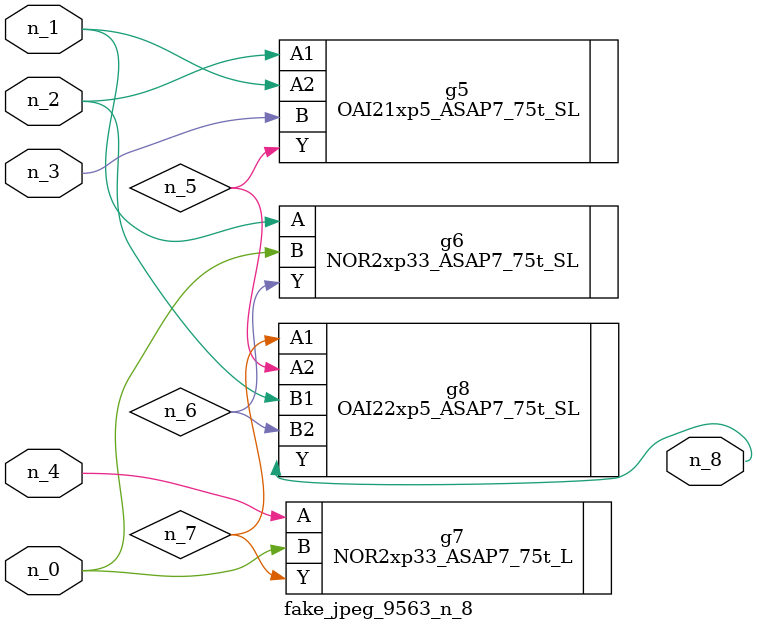
<source format=v>
module fake_jpeg_9563_n_8 (n_3, n_2, n_1, n_0, n_4, n_8);

input n_3;
input n_2;
input n_1;
input n_0;
input n_4;

output n_8;

wire n_6;
wire n_5;
wire n_7;

OAI21xp5_ASAP7_75t_SL g5 ( 
.A1(n_2),
.A2(n_1),
.B(n_3),
.Y(n_5)
);

NOR2xp33_ASAP7_75t_SL g6 ( 
.A(n_1),
.B(n_0),
.Y(n_6)
);

NOR2xp33_ASAP7_75t_L g7 ( 
.A(n_4),
.B(n_0),
.Y(n_7)
);

OAI22xp5_ASAP7_75t_SL g8 ( 
.A1(n_7),
.A2(n_5),
.B1(n_2),
.B2(n_6),
.Y(n_8)
);


endmodule
</source>
